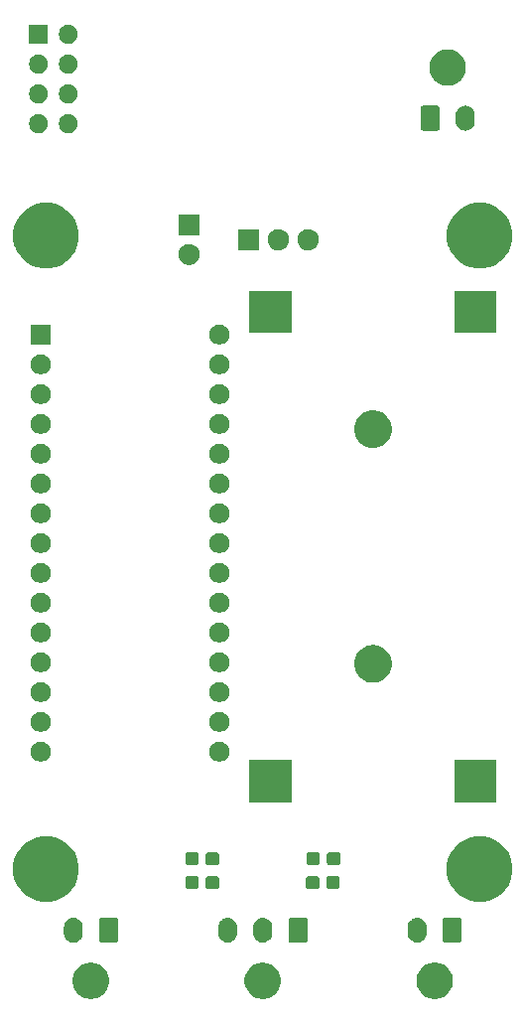
<source format=gbr>
G04 #@! TF.GenerationSoftware,KiCad,Pcbnew,(5.1.5)-3*
G04 #@! TF.CreationDate,2020-05-08T01:08:23-06:00*
G04 #@! TF.ProjectId,MASTER,4d415354-4552-42e6-9b69-6361645f7063,rev?*
G04 #@! TF.SameCoordinates,Original*
G04 #@! TF.FileFunction,Soldermask,Top*
G04 #@! TF.FilePolarity,Negative*
%FSLAX46Y46*%
G04 Gerber Fmt 4.6, Leading zero omitted, Abs format (unit mm)*
G04 Created by KiCad (PCBNEW (5.1.5)-3) date 2020-05-08 01:08:23*
%MOMM*%
%LPD*%
G04 APERTURE LIST*
%ADD10C,0.100000*%
G04 APERTURE END LIST*
D10*
G36*
X68142585Y-142498802D02*
G01*
X68292410Y-142528604D01*
X68574674Y-142645521D01*
X68828705Y-142815259D01*
X69044741Y-143031295D01*
X69214479Y-143285326D01*
X69331396Y-143567590D01*
X69391000Y-143867240D01*
X69391000Y-144172760D01*
X69331396Y-144472410D01*
X69214479Y-144754674D01*
X69044741Y-145008705D01*
X68828705Y-145224741D01*
X68574674Y-145394479D01*
X68292410Y-145511396D01*
X68142585Y-145541198D01*
X67992761Y-145571000D01*
X67687239Y-145571000D01*
X67537415Y-145541198D01*
X67387590Y-145511396D01*
X67105326Y-145394479D01*
X66851295Y-145224741D01*
X66635259Y-145008705D01*
X66465521Y-144754674D01*
X66348604Y-144472410D01*
X66289000Y-144172760D01*
X66289000Y-143867240D01*
X66348604Y-143567590D01*
X66465521Y-143285326D01*
X66635259Y-143031295D01*
X66851295Y-142815259D01*
X67105326Y-142645521D01*
X67387590Y-142528604D01*
X67537415Y-142498802D01*
X67687239Y-142469000D01*
X67992761Y-142469000D01*
X68142585Y-142498802D01*
G37*
G36*
X82802585Y-142498802D02*
G01*
X82952410Y-142528604D01*
X83234674Y-142645521D01*
X83488705Y-142815259D01*
X83704741Y-143031295D01*
X83874479Y-143285326D01*
X83991396Y-143567590D01*
X84051000Y-143867240D01*
X84051000Y-144172760D01*
X83991396Y-144472410D01*
X83874479Y-144754674D01*
X83704741Y-145008705D01*
X83488705Y-145224741D01*
X83234674Y-145394479D01*
X82952410Y-145511396D01*
X82802585Y-145541198D01*
X82652761Y-145571000D01*
X82347239Y-145571000D01*
X82197415Y-145541198D01*
X82047590Y-145511396D01*
X81765326Y-145394479D01*
X81511295Y-145224741D01*
X81295259Y-145008705D01*
X81125521Y-144754674D01*
X81008604Y-144472410D01*
X80949000Y-144172760D01*
X80949000Y-143867240D01*
X81008604Y-143567590D01*
X81125521Y-143285326D01*
X81295259Y-143031295D01*
X81511295Y-142815259D01*
X81765326Y-142645521D01*
X82047590Y-142528604D01*
X82197415Y-142498802D01*
X82347239Y-142469000D01*
X82652761Y-142469000D01*
X82802585Y-142498802D01*
G37*
G36*
X97462585Y-142498802D02*
G01*
X97612410Y-142528604D01*
X97894674Y-142645521D01*
X98148705Y-142815259D01*
X98364741Y-143031295D01*
X98534479Y-143285326D01*
X98651396Y-143567590D01*
X98711000Y-143867240D01*
X98711000Y-144172760D01*
X98651396Y-144472410D01*
X98534479Y-144754674D01*
X98364741Y-145008705D01*
X98148705Y-145224741D01*
X97894674Y-145394479D01*
X97612410Y-145511396D01*
X97462585Y-145541198D01*
X97312761Y-145571000D01*
X97007239Y-145571000D01*
X96857415Y-145541198D01*
X96707590Y-145511396D01*
X96425326Y-145394479D01*
X96171295Y-145224741D01*
X95955259Y-145008705D01*
X95785521Y-144754674D01*
X95668604Y-144472410D01*
X95609000Y-144172760D01*
X95609000Y-143867240D01*
X95668604Y-143567590D01*
X95785521Y-143285326D01*
X95955259Y-143031295D01*
X96171295Y-142815259D01*
X96425326Y-142645521D01*
X96707590Y-142528604D01*
X96857415Y-142498802D01*
X97007239Y-142469000D01*
X97312761Y-142469000D01*
X97462585Y-142498802D01*
G37*
G36*
X66497023Y-138650590D02*
G01*
X66562512Y-138670456D01*
X66648013Y-138696392D01*
X66787165Y-138770771D01*
X66909133Y-138870867D01*
X67009229Y-138992835D01*
X67083608Y-139131987D01*
X67083608Y-139131988D01*
X67129410Y-139282977D01*
X67141000Y-139400655D01*
X67141000Y-139999345D01*
X67129410Y-140117023D01*
X67098875Y-140217682D01*
X67083608Y-140268013D01*
X67009230Y-140407164D01*
X67009229Y-140407165D01*
X66909133Y-140529133D01*
X66806881Y-140613048D01*
X66787164Y-140629229D01*
X66648012Y-140703608D01*
X66597681Y-140718875D01*
X66497022Y-140749410D01*
X66340000Y-140764875D01*
X66182977Y-140749410D01*
X66082318Y-140718875D01*
X66031987Y-140703608D01*
X65892835Y-140629229D01*
X65822118Y-140571193D01*
X65770867Y-140529133D01*
X65670771Y-140407164D01*
X65596393Y-140268013D01*
X65596392Y-140268012D01*
X65581125Y-140217681D01*
X65550590Y-140117022D01*
X65539000Y-139999344D01*
X65539000Y-139400655D01*
X65550590Y-139282977D01*
X65596392Y-139131988D01*
X65596392Y-139131987D01*
X65670772Y-138992835D01*
X65770868Y-138870867D01*
X65892836Y-138770771D01*
X65926807Y-138752613D01*
X66031988Y-138696392D01*
X66117489Y-138670456D01*
X66182978Y-138650590D01*
X66340000Y-138635125D01*
X66497023Y-138650590D01*
G37*
G36*
X95817023Y-138650590D02*
G01*
X95882512Y-138670456D01*
X95968013Y-138696392D01*
X96107165Y-138770771D01*
X96229133Y-138870867D01*
X96329229Y-138992835D01*
X96403608Y-139131987D01*
X96403608Y-139131988D01*
X96449410Y-139282977D01*
X96461000Y-139400655D01*
X96461000Y-139999345D01*
X96449410Y-140117023D01*
X96418875Y-140217682D01*
X96403608Y-140268013D01*
X96329230Y-140407164D01*
X96329229Y-140407165D01*
X96229133Y-140529133D01*
X96126881Y-140613048D01*
X96107164Y-140629229D01*
X95968012Y-140703608D01*
X95917681Y-140718875D01*
X95817022Y-140749410D01*
X95660000Y-140764875D01*
X95502977Y-140749410D01*
X95402318Y-140718875D01*
X95351987Y-140703608D01*
X95212835Y-140629229D01*
X95142118Y-140571193D01*
X95090867Y-140529133D01*
X94990771Y-140407164D01*
X94916393Y-140268013D01*
X94916392Y-140268012D01*
X94901125Y-140217681D01*
X94870590Y-140117022D01*
X94859000Y-139999344D01*
X94859000Y-139400655D01*
X94870590Y-139282977D01*
X94916392Y-139131988D01*
X94916392Y-139131987D01*
X94990772Y-138992835D01*
X95090868Y-138870867D01*
X95212836Y-138770771D01*
X95246807Y-138752613D01*
X95351988Y-138696392D01*
X95437489Y-138670456D01*
X95502978Y-138650590D01*
X95660000Y-138635125D01*
X95817023Y-138650590D01*
G37*
G36*
X79657023Y-138650590D02*
G01*
X79722512Y-138670456D01*
X79808013Y-138696392D01*
X79947165Y-138770771D01*
X80069133Y-138870867D01*
X80169229Y-138992835D01*
X80243608Y-139131987D01*
X80243608Y-139131988D01*
X80289410Y-139282977D01*
X80301000Y-139400655D01*
X80301000Y-139999345D01*
X80289410Y-140117023D01*
X80258875Y-140217682D01*
X80243608Y-140268013D01*
X80169230Y-140407164D01*
X80169229Y-140407165D01*
X80069133Y-140529133D01*
X79966881Y-140613048D01*
X79947164Y-140629229D01*
X79808012Y-140703608D01*
X79757681Y-140718875D01*
X79657022Y-140749410D01*
X79500000Y-140764875D01*
X79342977Y-140749410D01*
X79242318Y-140718875D01*
X79191987Y-140703608D01*
X79052835Y-140629229D01*
X78982118Y-140571193D01*
X78930867Y-140529133D01*
X78830771Y-140407164D01*
X78756393Y-140268013D01*
X78756392Y-140268012D01*
X78741125Y-140217681D01*
X78710590Y-140117022D01*
X78699000Y-139999344D01*
X78699000Y-139400655D01*
X78710590Y-139282977D01*
X78756392Y-139131988D01*
X78756392Y-139131987D01*
X78830772Y-138992835D01*
X78930868Y-138870867D01*
X79052836Y-138770771D01*
X79086807Y-138752613D01*
X79191988Y-138696392D01*
X79277489Y-138670456D01*
X79342978Y-138650590D01*
X79500000Y-138635125D01*
X79657023Y-138650590D01*
G37*
G36*
X82657023Y-138650590D02*
G01*
X82722512Y-138670456D01*
X82808013Y-138696392D01*
X82947165Y-138770771D01*
X83069133Y-138870867D01*
X83169229Y-138992835D01*
X83243608Y-139131987D01*
X83243608Y-139131988D01*
X83289410Y-139282977D01*
X83301000Y-139400655D01*
X83301000Y-139999345D01*
X83289410Y-140117023D01*
X83258875Y-140217682D01*
X83243608Y-140268013D01*
X83169230Y-140407164D01*
X83169229Y-140407165D01*
X83069133Y-140529133D01*
X82966881Y-140613048D01*
X82947164Y-140629229D01*
X82808012Y-140703608D01*
X82757681Y-140718875D01*
X82657022Y-140749410D01*
X82500000Y-140764875D01*
X82342977Y-140749410D01*
X82242318Y-140718875D01*
X82191987Y-140703608D01*
X82052835Y-140629229D01*
X81982118Y-140571193D01*
X81930867Y-140529133D01*
X81830771Y-140407164D01*
X81756393Y-140268013D01*
X81756392Y-140268012D01*
X81741125Y-140217681D01*
X81710590Y-140117022D01*
X81699000Y-139999344D01*
X81699000Y-139400655D01*
X81710590Y-139282977D01*
X81756392Y-139131988D01*
X81756392Y-139131987D01*
X81830772Y-138992835D01*
X81930868Y-138870867D01*
X82052836Y-138770771D01*
X82086807Y-138752613D01*
X82191988Y-138696392D01*
X82277489Y-138670456D01*
X82342978Y-138650590D01*
X82500000Y-138635125D01*
X82657023Y-138650590D01*
G37*
G36*
X86153048Y-138643122D02*
G01*
X86187387Y-138653539D01*
X86219036Y-138670456D01*
X86246778Y-138693222D01*
X86269544Y-138720964D01*
X86286461Y-138752613D01*
X86296878Y-138786952D01*
X86301000Y-138828807D01*
X86301000Y-140571193D01*
X86296878Y-140613048D01*
X86286461Y-140647387D01*
X86269544Y-140679036D01*
X86246778Y-140706778D01*
X86219036Y-140729544D01*
X86187387Y-140746461D01*
X86153048Y-140756878D01*
X86111193Y-140761000D01*
X84888807Y-140761000D01*
X84846952Y-140756878D01*
X84812613Y-140746461D01*
X84780964Y-140729544D01*
X84753222Y-140706778D01*
X84730456Y-140679036D01*
X84713539Y-140647387D01*
X84703122Y-140613048D01*
X84699000Y-140571193D01*
X84699000Y-138828807D01*
X84703122Y-138786952D01*
X84713539Y-138752613D01*
X84730456Y-138720964D01*
X84753222Y-138693222D01*
X84780964Y-138670456D01*
X84812613Y-138653539D01*
X84846952Y-138643122D01*
X84888807Y-138639000D01*
X86111193Y-138639000D01*
X86153048Y-138643122D01*
G37*
G36*
X99313048Y-138643122D02*
G01*
X99347387Y-138653539D01*
X99379036Y-138670456D01*
X99406778Y-138693222D01*
X99429544Y-138720964D01*
X99446461Y-138752613D01*
X99456878Y-138786952D01*
X99461000Y-138828807D01*
X99461000Y-140571193D01*
X99456878Y-140613048D01*
X99446461Y-140647387D01*
X99429544Y-140679036D01*
X99406778Y-140706778D01*
X99379036Y-140729544D01*
X99347387Y-140746461D01*
X99313048Y-140756878D01*
X99271193Y-140761000D01*
X98048807Y-140761000D01*
X98006952Y-140756878D01*
X97972613Y-140746461D01*
X97940964Y-140729544D01*
X97913222Y-140706778D01*
X97890456Y-140679036D01*
X97873539Y-140647387D01*
X97863122Y-140613048D01*
X97859000Y-140571193D01*
X97859000Y-138828807D01*
X97863122Y-138786952D01*
X97873539Y-138752613D01*
X97890456Y-138720964D01*
X97913222Y-138693222D01*
X97940964Y-138670456D01*
X97972613Y-138653539D01*
X98006952Y-138643122D01*
X98048807Y-138639000D01*
X99271193Y-138639000D01*
X99313048Y-138643122D01*
G37*
G36*
X69993048Y-138643122D02*
G01*
X70027387Y-138653539D01*
X70059036Y-138670456D01*
X70086778Y-138693222D01*
X70109544Y-138720964D01*
X70126461Y-138752613D01*
X70136878Y-138786952D01*
X70141000Y-138828807D01*
X70141000Y-140571193D01*
X70136878Y-140613048D01*
X70126461Y-140647387D01*
X70109544Y-140679036D01*
X70086778Y-140706778D01*
X70059036Y-140729544D01*
X70027387Y-140746461D01*
X69993048Y-140756878D01*
X69951193Y-140761000D01*
X68728807Y-140761000D01*
X68686952Y-140756878D01*
X68652613Y-140746461D01*
X68620964Y-140729544D01*
X68593222Y-140706778D01*
X68570456Y-140679036D01*
X68553539Y-140647387D01*
X68543122Y-140613048D01*
X68539000Y-140571193D01*
X68539000Y-138828807D01*
X68543122Y-138786952D01*
X68553539Y-138752613D01*
X68570456Y-138720964D01*
X68593222Y-138693222D01*
X68620964Y-138670456D01*
X68652613Y-138653539D01*
X68686952Y-138643122D01*
X68728807Y-138639000D01*
X69951193Y-138639000D01*
X69993048Y-138643122D01*
G37*
G36*
X64817021Y-131806640D02*
G01*
X65326769Y-132017785D01*
X65326771Y-132017786D01*
X65785534Y-132324321D01*
X66175679Y-132714466D01*
X66478350Y-133167446D01*
X66482215Y-133173231D01*
X66693360Y-133682979D01*
X66801000Y-134224124D01*
X66801000Y-134775876D01*
X66693360Y-135317021D01*
X66482215Y-135826769D01*
X66482214Y-135826771D01*
X66175679Y-136285534D01*
X65785534Y-136675679D01*
X65326771Y-136982214D01*
X65326770Y-136982215D01*
X65326769Y-136982215D01*
X64817021Y-137193360D01*
X64275876Y-137301000D01*
X63724124Y-137301000D01*
X63182979Y-137193360D01*
X62673231Y-136982215D01*
X62673230Y-136982215D01*
X62673229Y-136982214D01*
X62214466Y-136675679D01*
X61824321Y-136285534D01*
X61517786Y-135826771D01*
X61517785Y-135826769D01*
X61306640Y-135317021D01*
X61199000Y-134775876D01*
X61199000Y-134224124D01*
X61306640Y-133682979D01*
X61517785Y-133173231D01*
X61521650Y-133167446D01*
X61824321Y-132714466D01*
X62214466Y-132324321D01*
X62673229Y-132017786D01*
X62673231Y-132017785D01*
X63182979Y-131806640D01*
X63724124Y-131699000D01*
X64275876Y-131699000D01*
X64817021Y-131806640D01*
G37*
G36*
X101817021Y-131806640D02*
G01*
X102326769Y-132017785D01*
X102326771Y-132017786D01*
X102785534Y-132324321D01*
X103175679Y-132714466D01*
X103478350Y-133167446D01*
X103482215Y-133173231D01*
X103693360Y-133682979D01*
X103801000Y-134224124D01*
X103801000Y-134775876D01*
X103693360Y-135317021D01*
X103482215Y-135826769D01*
X103482214Y-135826771D01*
X103175679Y-136285534D01*
X102785534Y-136675679D01*
X102326771Y-136982214D01*
X102326770Y-136982215D01*
X102326769Y-136982215D01*
X101817021Y-137193360D01*
X101275876Y-137301000D01*
X100724124Y-137301000D01*
X100182979Y-137193360D01*
X99673231Y-136982215D01*
X99673230Y-136982215D01*
X99673229Y-136982214D01*
X99214466Y-136675679D01*
X98824321Y-136285534D01*
X98517786Y-135826771D01*
X98517785Y-135826769D01*
X98306640Y-135317021D01*
X98199000Y-134775876D01*
X98199000Y-134224124D01*
X98306640Y-133682979D01*
X98517785Y-133173231D01*
X98521650Y-133167446D01*
X98824321Y-132714466D01*
X99214466Y-132324321D01*
X99673229Y-132017786D01*
X99673231Y-132017785D01*
X100182979Y-131806640D01*
X100724124Y-131699000D01*
X101275876Y-131699000D01*
X101817021Y-131806640D01*
G37*
G36*
X78619499Y-135114445D02*
G01*
X78656995Y-135125820D01*
X78691554Y-135144292D01*
X78721847Y-135169153D01*
X78746708Y-135199446D01*
X78765180Y-135234005D01*
X78776555Y-135271501D01*
X78781000Y-135316638D01*
X78781000Y-135955362D01*
X78776555Y-136000499D01*
X78765180Y-136037995D01*
X78746708Y-136072554D01*
X78721847Y-136102847D01*
X78691554Y-136127708D01*
X78656995Y-136146180D01*
X78619499Y-136157555D01*
X78574362Y-136162000D01*
X77835638Y-136162000D01*
X77790501Y-136157555D01*
X77753005Y-136146180D01*
X77718446Y-136127708D01*
X77688153Y-136102847D01*
X77663292Y-136072554D01*
X77644820Y-136037995D01*
X77633445Y-136000499D01*
X77629000Y-135955362D01*
X77629000Y-135316638D01*
X77633445Y-135271501D01*
X77644820Y-135234005D01*
X77663292Y-135199446D01*
X77688153Y-135169153D01*
X77718446Y-135144292D01*
X77753005Y-135125820D01*
X77790501Y-135114445D01*
X77835638Y-135110000D01*
X78574362Y-135110000D01*
X78619499Y-135114445D01*
G37*
G36*
X76869499Y-135114445D02*
G01*
X76906995Y-135125820D01*
X76941554Y-135144292D01*
X76971847Y-135169153D01*
X76996708Y-135199446D01*
X77015180Y-135234005D01*
X77026555Y-135271501D01*
X77031000Y-135316638D01*
X77031000Y-135955362D01*
X77026555Y-136000499D01*
X77015180Y-136037995D01*
X76996708Y-136072554D01*
X76971847Y-136102847D01*
X76941554Y-136127708D01*
X76906995Y-136146180D01*
X76869499Y-136157555D01*
X76824362Y-136162000D01*
X76085638Y-136162000D01*
X76040501Y-136157555D01*
X76003005Y-136146180D01*
X75968446Y-136127708D01*
X75938153Y-136102847D01*
X75913292Y-136072554D01*
X75894820Y-136037995D01*
X75883445Y-136000499D01*
X75879000Y-135955362D01*
X75879000Y-135316638D01*
X75883445Y-135271501D01*
X75894820Y-135234005D01*
X75913292Y-135199446D01*
X75938153Y-135169153D01*
X75968446Y-135144292D01*
X76003005Y-135125820D01*
X76040501Y-135114445D01*
X76085638Y-135110000D01*
X76824362Y-135110000D01*
X76869499Y-135114445D01*
G37*
G36*
X87164499Y-135114445D02*
G01*
X87201995Y-135125820D01*
X87236554Y-135144292D01*
X87266847Y-135169153D01*
X87291708Y-135199446D01*
X87310180Y-135234005D01*
X87321555Y-135271501D01*
X87326000Y-135316638D01*
X87326000Y-135955362D01*
X87321555Y-136000499D01*
X87310180Y-136037995D01*
X87291708Y-136072554D01*
X87266847Y-136102847D01*
X87236554Y-136127708D01*
X87201995Y-136146180D01*
X87164499Y-136157555D01*
X87119362Y-136162000D01*
X86380638Y-136162000D01*
X86335501Y-136157555D01*
X86298005Y-136146180D01*
X86263446Y-136127708D01*
X86233153Y-136102847D01*
X86208292Y-136072554D01*
X86189820Y-136037995D01*
X86178445Y-136000499D01*
X86174000Y-135955362D01*
X86174000Y-135316638D01*
X86178445Y-135271501D01*
X86189820Y-135234005D01*
X86208292Y-135199446D01*
X86233153Y-135169153D01*
X86263446Y-135144292D01*
X86298005Y-135125820D01*
X86335501Y-135114445D01*
X86380638Y-135110000D01*
X87119362Y-135110000D01*
X87164499Y-135114445D01*
G37*
G36*
X88914499Y-135114445D02*
G01*
X88951995Y-135125820D01*
X88986554Y-135144292D01*
X89016847Y-135169153D01*
X89041708Y-135199446D01*
X89060180Y-135234005D01*
X89071555Y-135271501D01*
X89076000Y-135316638D01*
X89076000Y-135955362D01*
X89071555Y-136000499D01*
X89060180Y-136037995D01*
X89041708Y-136072554D01*
X89016847Y-136102847D01*
X88986554Y-136127708D01*
X88951995Y-136146180D01*
X88914499Y-136157555D01*
X88869362Y-136162000D01*
X88130638Y-136162000D01*
X88085501Y-136157555D01*
X88048005Y-136146180D01*
X88013446Y-136127708D01*
X87983153Y-136102847D01*
X87958292Y-136072554D01*
X87939820Y-136037995D01*
X87928445Y-136000499D01*
X87924000Y-135955362D01*
X87924000Y-135316638D01*
X87928445Y-135271501D01*
X87939820Y-135234005D01*
X87958292Y-135199446D01*
X87983153Y-135169153D01*
X88013446Y-135144292D01*
X88048005Y-135125820D01*
X88085501Y-135114445D01*
X88130638Y-135110000D01*
X88869362Y-135110000D01*
X88914499Y-135114445D01*
G37*
G36*
X78619499Y-133082445D02*
G01*
X78656995Y-133093820D01*
X78691554Y-133112292D01*
X78721847Y-133137153D01*
X78746708Y-133167446D01*
X78765180Y-133202005D01*
X78776555Y-133239501D01*
X78781000Y-133284638D01*
X78781000Y-133923362D01*
X78776555Y-133968499D01*
X78765180Y-134005995D01*
X78746708Y-134040554D01*
X78721847Y-134070847D01*
X78691554Y-134095708D01*
X78656995Y-134114180D01*
X78619499Y-134125555D01*
X78574362Y-134130000D01*
X77835638Y-134130000D01*
X77790501Y-134125555D01*
X77753005Y-134114180D01*
X77718446Y-134095708D01*
X77688153Y-134070847D01*
X77663292Y-134040554D01*
X77644820Y-134005995D01*
X77633445Y-133968499D01*
X77629000Y-133923362D01*
X77629000Y-133284638D01*
X77633445Y-133239501D01*
X77644820Y-133202005D01*
X77663292Y-133167446D01*
X77688153Y-133137153D01*
X77718446Y-133112292D01*
X77753005Y-133093820D01*
X77790501Y-133082445D01*
X77835638Y-133078000D01*
X78574362Y-133078000D01*
X78619499Y-133082445D01*
G37*
G36*
X88959499Y-133082445D02*
G01*
X88996995Y-133093820D01*
X89031554Y-133112292D01*
X89061847Y-133137153D01*
X89086708Y-133167446D01*
X89105180Y-133202005D01*
X89116555Y-133239501D01*
X89121000Y-133284638D01*
X89121000Y-133923362D01*
X89116555Y-133968499D01*
X89105180Y-134005995D01*
X89086708Y-134040554D01*
X89061847Y-134070847D01*
X89031554Y-134095708D01*
X88996995Y-134114180D01*
X88959499Y-134125555D01*
X88914362Y-134130000D01*
X88175638Y-134130000D01*
X88130501Y-134125555D01*
X88093005Y-134114180D01*
X88058446Y-134095708D01*
X88028153Y-134070847D01*
X88003292Y-134040554D01*
X87984820Y-134005995D01*
X87973445Y-133968499D01*
X87969000Y-133923362D01*
X87969000Y-133284638D01*
X87973445Y-133239501D01*
X87984820Y-133202005D01*
X88003292Y-133167446D01*
X88028153Y-133137153D01*
X88058446Y-133112292D01*
X88093005Y-133093820D01*
X88130501Y-133082445D01*
X88175638Y-133078000D01*
X88914362Y-133078000D01*
X88959499Y-133082445D01*
G37*
G36*
X87209499Y-133082445D02*
G01*
X87246995Y-133093820D01*
X87281554Y-133112292D01*
X87311847Y-133137153D01*
X87336708Y-133167446D01*
X87355180Y-133202005D01*
X87366555Y-133239501D01*
X87371000Y-133284638D01*
X87371000Y-133923362D01*
X87366555Y-133968499D01*
X87355180Y-134005995D01*
X87336708Y-134040554D01*
X87311847Y-134070847D01*
X87281554Y-134095708D01*
X87246995Y-134114180D01*
X87209499Y-134125555D01*
X87164362Y-134130000D01*
X86425638Y-134130000D01*
X86380501Y-134125555D01*
X86343005Y-134114180D01*
X86308446Y-134095708D01*
X86278153Y-134070847D01*
X86253292Y-134040554D01*
X86234820Y-134005995D01*
X86223445Y-133968499D01*
X86219000Y-133923362D01*
X86219000Y-133284638D01*
X86223445Y-133239501D01*
X86234820Y-133202005D01*
X86253292Y-133167446D01*
X86278153Y-133137153D01*
X86308446Y-133112292D01*
X86343005Y-133093820D01*
X86380501Y-133082445D01*
X86425638Y-133078000D01*
X87164362Y-133078000D01*
X87209499Y-133082445D01*
G37*
G36*
X76869499Y-133082445D02*
G01*
X76906995Y-133093820D01*
X76941554Y-133112292D01*
X76971847Y-133137153D01*
X76996708Y-133167446D01*
X77015180Y-133202005D01*
X77026555Y-133239501D01*
X77031000Y-133284638D01*
X77031000Y-133923362D01*
X77026555Y-133968499D01*
X77015180Y-134005995D01*
X76996708Y-134040554D01*
X76971847Y-134070847D01*
X76941554Y-134095708D01*
X76906995Y-134114180D01*
X76869499Y-134125555D01*
X76824362Y-134130000D01*
X76085638Y-134130000D01*
X76040501Y-134125555D01*
X76003005Y-134114180D01*
X75968446Y-134095708D01*
X75938153Y-134070847D01*
X75913292Y-134040554D01*
X75894820Y-134005995D01*
X75883445Y-133968499D01*
X75879000Y-133923362D01*
X75879000Y-133284638D01*
X75883445Y-133239501D01*
X75894820Y-133202005D01*
X75913292Y-133167446D01*
X75938153Y-133137153D01*
X75968446Y-133112292D01*
X76003005Y-133093820D01*
X76040501Y-133082445D01*
X76085638Y-133078000D01*
X76824362Y-133078000D01*
X76869499Y-133082445D01*
G37*
G36*
X84949666Y-128795001D02*
G01*
X81347666Y-128795001D01*
X81347666Y-125193001D01*
X84949666Y-125193001D01*
X84949666Y-128795001D01*
G37*
G36*
X102449666Y-128795001D02*
G01*
X98847666Y-128795001D01*
X98847666Y-125193001D01*
X102449666Y-125193001D01*
X102449666Y-128795001D01*
G37*
G36*
X79035561Y-123662704D02*
G01*
X79190433Y-123726854D01*
X79329814Y-123819986D01*
X79448348Y-123938520D01*
X79541480Y-124077901D01*
X79605630Y-124232773D01*
X79638333Y-124397185D01*
X79638333Y-124564817D01*
X79605630Y-124729229D01*
X79541480Y-124884101D01*
X79448348Y-125023482D01*
X79329814Y-125142016D01*
X79190433Y-125235148D01*
X79035561Y-125299298D01*
X78871149Y-125332001D01*
X78703517Y-125332001D01*
X78539105Y-125299298D01*
X78384233Y-125235148D01*
X78244852Y-125142016D01*
X78126318Y-125023482D01*
X78033186Y-124884101D01*
X77969036Y-124729229D01*
X77936333Y-124564817D01*
X77936333Y-124397185D01*
X77969036Y-124232773D01*
X78033186Y-124077901D01*
X78126318Y-123938520D01*
X78244852Y-123819986D01*
X78384233Y-123726854D01*
X78539105Y-123662704D01*
X78703517Y-123630001D01*
X78871149Y-123630001D01*
X79035561Y-123662704D01*
G37*
G36*
X63795561Y-123662704D02*
G01*
X63950433Y-123726854D01*
X64089814Y-123819986D01*
X64208348Y-123938520D01*
X64301480Y-124077901D01*
X64365630Y-124232773D01*
X64398333Y-124397185D01*
X64398333Y-124564817D01*
X64365630Y-124729229D01*
X64301480Y-124884101D01*
X64208348Y-125023482D01*
X64089814Y-125142016D01*
X63950433Y-125235148D01*
X63795561Y-125299298D01*
X63631149Y-125332001D01*
X63463517Y-125332001D01*
X63299105Y-125299298D01*
X63144233Y-125235148D01*
X63004852Y-125142016D01*
X62886318Y-125023482D01*
X62793186Y-124884101D01*
X62729036Y-124729229D01*
X62696333Y-124564817D01*
X62696333Y-124397185D01*
X62729036Y-124232773D01*
X62793186Y-124077901D01*
X62886318Y-123938520D01*
X63004852Y-123819986D01*
X63144233Y-123726854D01*
X63299105Y-123662704D01*
X63463517Y-123630001D01*
X63631149Y-123630001D01*
X63795561Y-123662704D01*
G37*
G36*
X79035561Y-121122704D02*
G01*
X79190433Y-121186854D01*
X79329814Y-121279986D01*
X79448348Y-121398520D01*
X79541480Y-121537901D01*
X79605630Y-121692773D01*
X79638333Y-121857185D01*
X79638333Y-122024817D01*
X79605630Y-122189229D01*
X79541480Y-122344101D01*
X79448348Y-122483482D01*
X79329814Y-122602016D01*
X79190433Y-122695148D01*
X79035561Y-122759298D01*
X78871149Y-122792001D01*
X78703517Y-122792001D01*
X78539105Y-122759298D01*
X78384233Y-122695148D01*
X78244852Y-122602016D01*
X78126318Y-122483482D01*
X78033186Y-122344101D01*
X77969036Y-122189229D01*
X77936333Y-122024817D01*
X77936333Y-121857185D01*
X77969036Y-121692773D01*
X78033186Y-121537901D01*
X78126318Y-121398520D01*
X78244852Y-121279986D01*
X78384233Y-121186854D01*
X78539105Y-121122704D01*
X78703517Y-121090001D01*
X78871149Y-121090001D01*
X79035561Y-121122704D01*
G37*
G36*
X63795561Y-121122704D02*
G01*
X63950433Y-121186854D01*
X64089814Y-121279986D01*
X64208348Y-121398520D01*
X64301480Y-121537901D01*
X64365630Y-121692773D01*
X64398333Y-121857185D01*
X64398333Y-122024817D01*
X64365630Y-122189229D01*
X64301480Y-122344101D01*
X64208348Y-122483482D01*
X64089814Y-122602016D01*
X63950433Y-122695148D01*
X63795561Y-122759298D01*
X63631149Y-122792001D01*
X63463517Y-122792001D01*
X63299105Y-122759298D01*
X63144233Y-122695148D01*
X63004852Y-122602016D01*
X62886318Y-122483482D01*
X62793186Y-122344101D01*
X62729036Y-122189229D01*
X62696333Y-122024817D01*
X62696333Y-121857185D01*
X62729036Y-121692773D01*
X62793186Y-121537901D01*
X62886318Y-121398520D01*
X63004852Y-121279986D01*
X63144233Y-121186854D01*
X63299105Y-121122704D01*
X63463517Y-121090001D01*
X63631149Y-121090001D01*
X63795561Y-121122704D01*
G37*
G36*
X79035561Y-118582704D02*
G01*
X79190433Y-118646854D01*
X79329814Y-118739986D01*
X79448348Y-118858520D01*
X79541480Y-118997901D01*
X79605630Y-119152773D01*
X79638333Y-119317185D01*
X79638333Y-119484817D01*
X79605630Y-119649229D01*
X79541480Y-119804101D01*
X79448348Y-119943482D01*
X79329814Y-120062016D01*
X79190433Y-120155148D01*
X79035561Y-120219298D01*
X78871149Y-120252001D01*
X78703517Y-120252001D01*
X78539105Y-120219298D01*
X78384233Y-120155148D01*
X78244852Y-120062016D01*
X78126318Y-119943482D01*
X78033186Y-119804101D01*
X77969036Y-119649229D01*
X77936333Y-119484817D01*
X77936333Y-119317185D01*
X77969036Y-119152773D01*
X78033186Y-118997901D01*
X78126318Y-118858520D01*
X78244852Y-118739986D01*
X78384233Y-118646854D01*
X78539105Y-118582704D01*
X78703517Y-118550001D01*
X78871149Y-118550001D01*
X79035561Y-118582704D01*
G37*
G36*
X63795561Y-118582704D02*
G01*
X63950433Y-118646854D01*
X64089814Y-118739986D01*
X64208348Y-118858520D01*
X64301480Y-118997901D01*
X64365630Y-119152773D01*
X64398333Y-119317185D01*
X64398333Y-119484817D01*
X64365630Y-119649229D01*
X64301480Y-119804101D01*
X64208348Y-119943482D01*
X64089814Y-120062016D01*
X63950433Y-120155148D01*
X63795561Y-120219298D01*
X63631149Y-120252001D01*
X63463517Y-120252001D01*
X63299105Y-120219298D01*
X63144233Y-120155148D01*
X63004852Y-120062016D01*
X62886318Y-119943482D01*
X62793186Y-119804101D01*
X62729036Y-119649229D01*
X62696333Y-119484817D01*
X62696333Y-119317185D01*
X62729036Y-119152773D01*
X62793186Y-118997901D01*
X62886318Y-118858520D01*
X63004852Y-118739986D01*
X63144233Y-118646854D01*
X63299105Y-118582704D01*
X63463517Y-118550001D01*
X63631149Y-118550001D01*
X63795561Y-118582704D01*
G37*
G36*
X92094883Y-115400666D02*
G01*
X92365661Y-115454526D01*
X92657024Y-115575213D01*
X92919244Y-115750423D01*
X93142244Y-115973423D01*
X93317454Y-116235643D01*
X93438141Y-116527006D01*
X93499666Y-116836316D01*
X93499666Y-117151686D01*
X93438141Y-117460996D01*
X93317454Y-117752359D01*
X93142244Y-118014579D01*
X92919244Y-118237579D01*
X92657024Y-118412789D01*
X92365661Y-118533476D01*
X92094883Y-118587336D01*
X92056352Y-118595001D01*
X91740980Y-118595001D01*
X91702449Y-118587336D01*
X91431671Y-118533476D01*
X91140308Y-118412789D01*
X90878088Y-118237579D01*
X90655088Y-118014579D01*
X90479878Y-117752359D01*
X90359191Y-117460996D01*
X90297666Y-117151686D01*
X90297666Y-116836316D01*
X90359191Y-116527006D01*
X90479878Y-116235643D01*
X90655088Y-115973423D01*
X90878088Y-115750423D01*
X91140308Y-115575213D01*
X91431671Y-115454526D01*
X91702449Y-115400666D01*
X91740980Y-115393001D01*
X92056352Y-115393001D01*
X92094883Y-115400666D01*
G37*
G36*
X79035561Y-116042704D02*
G01*
X79190433Y-116106854D01*
X79329814Y-116199986D01*
X79448348Y-116318520D01*
X79541480Y-116457901D01*
X79605630Y-116612773D01*
X79638333Y-116777185D01*
X79638333Y-116944817D01*
X79605630Y-117109229D01*
X79541480Y-117264101D01*
X79448348Y-117403482D01*
X79329814Y-117522016D01*
X79190433Y-117615148D01*
X79035561Y-117679298D01*
X78871149Y-117712001D01*
X78703517Y-117712001D01*
X78539105Y-117679298D01*
X78384233Y-117615148D01*
X78244852Y-117522016D01*
X78126318Y-117403482D01*
X78033186Y-117264101D01*
X77969036Y-117109229D01*
X77936333Y-116944817D01*
X77936333Y-116777185D01*
X77969036Y-116612773D01*
X78033186Y-116457901D01*
X78126318Y-116318520D01*
X78244852Y-116199986D01*
X78384233Y-116106854D01*
X78539105Y-116042704D01*
X78703517Y-116010001D01*
X78871149Y-116010001D01*
X79035561Y-116042704D01*
G37*
G36*
X63795561Y-116042704D02*
G01*
X63950433Y-116106854D01*
X64089814Y-116199986D01*
X64208348Y-116318520D01*
X64301480Y-116457901D01*
X64365630Y-116612773D01*
X64398333Y-116777185D01*
X64398333Y-116944817D01*
X64365630Y-117109229D01*
X64301480Y-117264101D01*
X64208348Y-117403482D01*
X64089814Y-117522016D01*
X63950433Y-117615148D01*
X63795561Y-117679298D01*
X63631149Y-117712001D01*
X63463517Y-117712001D01*
X63299105Y-117679298D01*
X63144233Y-117615148D01*
X63004852Y-117522016D01*
X62886318Y-117403482D01*
X62793186Y-117264101D01*
X62729036Y-117109229D01*
X62696333Y-116944817D01*
X62696333Y-116777185D01*
X62729036Y-116612773D01*
X62793186Y-116457901D01*
X62886318Y-116318520D01*
X63004852Y-116199986D01*
X63144233Y-116106854D01*
X63299105Y-116042704D01*
X63463517Y-116010001D01*
X63631149Y-116010001D01*
X63795561Y-116042704D01*
G37*
G36*
X79035561Y-113502704D02*
G01*
X79190433Y-113566854D01*
X79329814Y-113659986D01*
X79448348Y-113778520D01*
X79541480Y-113917901D01*
X79605630Y-114072773D01*
X79638333Y-114237185D01*
X79638333Y-114404817D01*
X79605630Y-114569229D01*
X79541480Y-114724101D01*
X79448348Y-114863482D01*
X79329814Y-114982016D01*
X79190433Y-115075148D01*
X79035561Y-115139298D01*
X78871149Y-115172001D01*
X78703517Y-115172001D01*
X78539105Y-115139298D01*
X78384233Y-115075148D01*
X78244852Y-114982016D01*
X78126318Y-114863482D01*
X78033186Y-114724101D01*
X77969036Y-114569229D01*
X77936333Y-114404817D01*
X77936333Y-114237185D01*
X77969036Y-114072773D01*
X78033186Y-113917901D01*
X78126318Y-113778520D01*
X78244852Y-113659986D01*
X78384233Y-113566854D01*
X78539105Y-113502704D01*
X78703517Y-113470001D01*
X78871149Y-113470001D01*
X79035561Y-113502704D01*
G37*
G36*
X63795561Y-113502704D02*
G01*
X63950433Y-113566854D01*
X64089814Y-113659986D01*
X64208348Y-113778520D01*
X64301480Y-113917901D01*
X64365630Y-114072773D01*
X64398333Y-114237185D01*
X64398333Y-114404817D01*
X64365630Y-114569229D01*
X64301480Y-114724101D01*
X64208348Y-114863482D01*
X64089814Y-114982016D01*
X63950433Y-115075148D01*
X63795561Y-115139298D01*
X63631149Y-115172001D01*
X63463517Y-115172001D01*
X63299105Y-115139298D01*
X63144233Y-115075148D01*
X63004852Y-114982016D01*
X62886318Y-114863482D01*
X62793186Y-114724101D01*
X62729036Y-114569229D01*
X62696333Y-114404817D01*
X62696333Y-114237185D01*
X62729036Y-114072773D01*
X62793186Y-113917901D01*
X62886318Y-113778520D01*
X63004852Y-113659986D01*
X63144233Y-113566854D01*
X63299105Y-113502704D01*
X63463517Y-113470001D01*
X63631149Y-113470001D01*
X63795561Y-113502704D01*
G37*
G36*
X79035561Y-110962704D02*
G01*
X79190433Y-111026854D01*
X79329814Y-111119986D01*
X79448348Y-111238520D01*
X79541480Y-111377901D01*
X79605630Y-111532773D01*
X79638333Y-111697185D01*
X79638333Y-111864817D01*
X79605630Y-112029229D01*
X79541480Y-112184101D01*
X79448348Y-112323482D01*
X79329814Y-112442016D01*
X79190433Y-112535148D01*
X79035561Y-112599298D01*
X78871149Y-112632001D01*
X78703517Y-112632001D01*
X78539105Y-112599298D01*
X78384233Y-112535148D01*
X78244852Y-112442016D01*
X78126318Y-112323482D01*
X78033186Y-112184101D01*
X77969036Y-112029229D01*
X77936333Y-111864817D01*
X77936333Y-111697185D01*
X77969036Y-111532773D01*
X78033186Y-111377901D01*
X78126318Y-111238520D01*
X78244852Y-111119986D01*
X78384233Y-111026854D01*
X78539105Y-110962704D01*
X78703517Y-110930001D01*
X78871149Y-110930001D01*
X79035561Y-110962704D01*
G37*
G36*
X63795561Y-110962704D02*
G01*
X63950433Y-111026854D01*
X64089814Y-111119986D01*
X64208348Y-111238520D01*
X64301480Y-111377901D01*
X64365630Y-111532773D01*
X64398333Y-111697185D01*
X64398333Y-111864817D01*
X64365630Y-112029229D01*
X64301480Y-112184101D01*
X64208348Y-112323482D01*
X64089814Y-112442016D01*
X63950433Y-112535148D01*
X63795561Y-112599298D01*
X63631149Y-112632001D01*
X63463517Y-112632001D01*
X63299105Y-112599298D01*
X63144233Y-112535148D01*
X63004852Y-112442016D01*
X62886318Y-112323482D01*
X62793186Y-112184101D01*
X62729036Y-112029229D01*
X62696333Y-111864817D01*
X62696333Y-111697185D01*
X62729036Y-111532773D01*
X62793186Y-111377901D01*
X62886318Y-111238520D01*
X63004852Y-111119986D01*
X63144233Y-111026854D01*
X63299105Y-110962704D01*
X63463517Y-110930001D01*
X63631149Y-110930001D01*
X63795561Y-110962704D01*
G37*
G36*
X79035561Y-108422704D02*
G01*
X79190433Y-108486854D01*
X79329814Y-108579986D01*
X79448348Y-108698520D01*
X79541480Y-108837901D01*
X79605630Y-108992773D01*
X79638333Y-109157185D01*
X79638333Y-109324817D01*
X79605630Y-109489229D01*
X79541480Y-109644101D01*
X79448348Y-109783482D01*
X79329814Y-109902016D01*
X79190433Y-109995148D01*
X79035561Y-110059298D01*
X78871149Y-110092001D01*
X78703517Y-110092001D01*
X78539105Y-110059298D01*
X78384233Y-109995148D01*
X78244852Y-109902016D01*
X78126318Y-109783482D01*
X78033186Y-109644101D01*
X77969036Y-109489229D01*
X77936333Y-109324817D01*
X77936333Y-109157185D01*
X77969036Y-108992773D01*
X78033186Y-108837901D01*
X78126318Y-108698520D01*
X78244852Y-108579986D01*
X78384233Y-108486854D01*
X78539105Y-108422704D01*
X78703517Y-108390001D01*
X78871149Y-108390001D01*
X79035561Y-108422704D01*
G37*
G36*
X63795561Y-108422704D02*
G01*
X63950433Y-108486854D01*
X64089814Y-108579986D01*
X64208348Y-108698520D01*
X64301480Y-108837901D01*
X64365630Y-108992773D01*
X64398333Y-109157185D01*
X64398333Y-109324817D01*
X64365630Y-109489229D01*
X64301480Y-109644101D01*
X64208348Y-109783482D01*
X64089814Y-109902016D01*
X63950433Y-109995148D01*
X63795561Y-110059298D01*
X63631149Y-110092001D01*
X63463517Y-110092001D01*
X63299105Y-110059298D01*
X63144233Y-109995148D01*
X63004852Y-109902016D01*
X62886318Y-109783482D01*
X62793186Y-109644101D01*
X62729036Y-109489229D01*
X62696333Y-109324817D01*
X62696333Y-109157185D01*
X62729036Y-108992773D01*
X62793186Y-108837901D01*
X62886318Y-108698520D01*
X63004852Y-108579986D01*
X63144233Y-108486854D01*
X63299105Y-108422704D01*
X63463517Y-108390001D01*
X63631149Y-108390001D01*
X63795561Y-108422704D01*
G37*
G36*
X79035561Y-105882704D02*
G01*
X79190433Y-105946854D01*
X79329814Y-106039986D01*
X79448348Y-106158520D01*
X79541480Y-106297901D01*
X79605630Y-106452773D01*
X79638333Y-106617185D01*
X79638333Y-106784817D01*
X79605630Y-106949229D01*
X79541480Y-107104101D01*
X79448348Y-107243482D01*
X79329814Y-107362016D01*
X79190433Y-107455148D01*
X79035561Y-107519298D01*
X78871149Y-107552001D01*
X78703517Y-107552001D01*
X78539105Y-107519298D01*
X78384233Y-107455148D01*
X78244852Y-107362016D01*
X78126318Y-107243482D01*
X78033186Y-107104101D01*
X77969036Y-106949229D01*
X77936333Y-106784817D01*
X77936333Y-106617185D01*
X77969036Y-106452773D01*
X78033186Y-106297901D01*
X78126318Y-106158520D01*
X78244852Y-106039986D01*
X78384233Y-105946854D01*
X78539105Y-105882704D01*
X78703517Y-105850001D01*
X78871149Y-105850001D01*
X79035561Y-105882704D01*
G37*
G36*
X63795561Y-105882704D02*
G01*
X63950433Y-105946854D01*
X64089814Y-106039986D01*
X64208348Y-106158520D01*
X64301480Y-106297901D01*
X64365630Y-106452773D01*
X64398333Y-106617185D01*
X64398333Y-106784817D01*
X64365630Y-106949229D01*
X64301480Y-107104101D01*
X64208348Y-107243482D01*
X64089814Y-107362016D01*
X63950433Y-107455148D01*
X63795561Y-107519298D01*
X63631149Y-107552001D01*
X63463517Y-107552001D01*
X63299105Y-107519298D01*
X63144233Y-107455148D01*
X63004852Y-107362016D01*
X62886318Y-107243482D01*
X62793186Y-107104101D01*
X62729036Y-106949229D01*
X62696333Y-106784817D01*
X62696333Y-106617185D01*
X62729036Y-106452773D01*
X62793186Y-106297901D01*
X62886318Y-106158520D01*
X63004852Y-106039986D01*
X63144233Y-105946854D01*
X63299105Y-105882704D01*
X63463517Y-105850001D01*
X63631149Y-105850001D01*
X63795561Y-105882704D01*
G37*
G36*
X63795561Y-103342704D02*
G01*
X63950433Y-103406854D01*
X64089814Y-103499986D01*
X64208348Y-103618520D01*
X64301480Y-103757901D01*
X64365630Y-103912773D01*
X64398333Y-104077185D01*
X64398333Y-104244817D01*
X64365630Y-104409229D01*
X64301480Y-104564101D01*
X64208348Y-104703482D01*
X64089814Y-104822016D01*
X63950433Y-104915148D01*
X63795561Y-104979298D01*
X63631149Y-105012001D01*
X63463517Y-105012001D01*
X63299105Y-104979298D01*
X63144233Y-104915148D01*
X63004852Y-104822016D01*
X62886318Y-104703482D01*
X62793186Y-104564101D01*
X62729036Y-104409229D01*
X62696333Y-104244817D01*
X62696333Y-104077185D01*
X62729036Y-103912773D01*
X62793186Y-103757901D01*
X62886318Y-103618520D01*
X63004852Y-103499986D01*
X63144233Y-103406854D01*
X63299105Y-103342704D01*
X63463517Y-103310001D01*
X63631149Y-103310001D01*
X63795561Y-103342704D01*
G37*
G36*
X79035561Y-103342704D02*
G01*
X79190433Y-103406854D01*
X79329814Y-103499986D01*
X79448348Y-103618520D01*
X79541480Y-103757901D01*
X79605630Y-103912773D01*
X79638333Y-104077185D01*
X79638333Y-104244817D01*
X79605630Y-104409229D01*
X79541480Y-104564101D01*
X79448348Y-104703482D01*
X79329814Y-104822016D01*
X79190433Y-104915148D01*
X79035561Y-104979298D01*
X78871149Y-105012001D01*
X78703517Y-105012001D01*
X78539105Y-104979298D01*
X78384233Y-104915148D01*
X78244852Y-104822016D01*
X78126318Y-104703482D01*
X78033186Y-104564101D01*
X77969036Y-104409229D01*
X77936333Y-104244817D01*
X77936333Y-104077185D01*
X77969036Y-103912773D01*
X78033186Y-103757901D01*
X78126318Y-103618520D01*
X78244852Y-103499986D01*
X78384233Y-103406854D01*
X78539105Y-103342704D01*
X78703517Y-103310001D01*
X78871149Y-103310001D01*
X79035561Y-103342704D01*
G37*
G36*
X79035561Y-100802704D02*
G01*
X79190433Y-100866854D01*
X79329814Y-100959986D01*
X79448348Y-101078520D01*
X79541480Y-101217901D01*
X79605630Y-101372773D01*
X79638333Y-101537185D01*
X79638333Y-101704817D01*
X79605630Y-101869229D01*
X79541480Y-102024101D01*
X79448348Y-102163482D01*
X79329814Y-102282016D01*
X79190433Y-102375148D01*
X79035561Y-102439298D01*
X78871149Y-102472001D01*
X78703517Y-102472001D01*
X78539105Y-102439298D01*
X78384233Y-102375148D01*
X78244852Y-102282016D01*
X78126318Y-102163482D01*
X78033186Y-102024101D01*
X77969036Y-101869229D01*
X77936333Y-101704817D01*
X77936333Y-101537185D01*
X77969036Y-101372773D01*
X78033186Y-101217901D01*
X78126318Y-101078520D01*
X78244852Y-100959986D01*
X78384233Y-100866854D01*
X78539105Y-100802704D01*
X78703517Y-100770001D01*
X78871149Y-100770001D01*
X79035561Y-100802704D01*
G37*
G36*
X63795561Y-100802704D02*
G01*
X63950433Y-100866854D01*
X64089814Y-100959986D01*
X64208348Y-101078520D01*
X64301480Y-101217901D01*
X64365630Y-101372773D01*
X64398333Y-101537185D01*
X64398333Y-101704817D01*
X64365630Y-101869229D01*
X64301480Y-102024101D01*
X64208348Y-102163482D01*
X64089814Y-102282016D01*
X63950433Y-102375148D01*
X63795561Y-102439298D01*
X63631149Y-102472001D01*
X63463517Y-102472001D01*
X63299105Y-102439298D01*
X63144233Y-102375148D01*
X63004852Y-102282016D01*
X62886318Y-102163482D01*
X62793186Y-102024101D01*
X62729036Y-101869229D01*
X62696333Y-101704817D01*
X62696333Y-101537185D01*
X62729036Y-101372773D01*
X62793186Y-101217901D01*
X62886318Y-101078520D01*
X63004852Y-100959986D01*
X63144233Y-100866854D01*
X63299105Y-100802704D01*
X63463517Y-100770001D01*
X63631149Y-100770001D01*
X63795561Y-100802704D01*
G37*
G36*
X63795561Y-98262704D02*
G01*
X63950433Y-98326854D01*
X64089814Y-98419986D01*
X64208348Y-98538520D01*
X64301480Y-98677901D01*
X64365630Y-98832773D01*
X64398333Y-98997185D01*
X64398333Y-99164817D01*
X64365630Y-99329229D01*
X64301480Y-99484101D01*
X64208348Y-99623482D01*
X64089814Y-99742016D01*
X63950433Y-99835148D01*
X63795561Y-99899298D01*
X63631149Y-99932001D01*
X63463517Y-99932001D01*
X63299105Y-99899298D01*
X63144233Y-99835148D01*
X63004852Y-99742016D01*
X62886318Y-99623482D01*
X62793186Y-99484101D01*
X62729036Y-99329229D01*
X62696333Y-99164817D01*
X62696333Y-98997185D01*
X62729036Y-98832773D01*
X62793186Y-98677901D01*
X62886318Y-98538520D01*
X63004852Y-98419986D01*
X63144233Y-98326854D01*
X63299105Y-98262704D01*
X63463517Y-98230001D01*
X63631149Y-98230001D01*
X63795561Y-98262704D01*
G37*
G36*
X79035561Y-98262704D02*
G01*
X79190433Y-98326854D01*
X79329814Y-98419986D01*
X79448348Y-98538520D01*
X79541480Y-98677901D01*
X79605630Y-98832773D01*
X79638333Y-98997185D01*
X79638333Y-99164817D01*
X79605630Y-99329229D01*
X79541480Y-99484101D01*
X79448348Y-99623482D01*
X79329814Y-99742016D01*
X79190433Y-99835148D01*
X79035561Y-99899298D01*
X78871149Y-99932001D01*
X78703517Y-99932001D01*
X78539105Y-99899298D01*
X78384233Y-99835148D01*
X78244852Y-99742016D01*
X78126318Y-99623482D01*
X78033186Y-99484101D01*
X77969036Y-99329229D01*
X77936333Y-99164817D01*
X77936333Y-98997185D01*
X77969036Y-98832773D01*
X78033186Y-98677901D01*
X78126318Y-98538520D01*
X78244852Y-98419986D01*
X78384233Y-98326854D01*
X78539105Y-98262704D01*
X78703517Y-98230001D01*
X78871149Y-98230001D01*
X79035561Y-98262704D01*
G37*
G36*
X92094883Y-95400666D02*
G01*
X92365661Y-95454526D01*
X92657024Y-95575213D01*
X92919244Y-95750423D01*
X93142244Y-95973423D01*
X93317454Y-96235643D01*
X93438141Y-96527006D01*
X93499666Y-96836316D01*
X93499666Y-97151686D01*
X93438141Y-97460996D01*
X93317454Y-97752359D01*
X93142244Y-98014579D01*
X92919244Y-98237579D01*
X92657024Y-98412789D01*
X92365661Y-98533476D01*
X92094883Y-98587336D01*
X92056352Y-98595001D01*
X91740980Y-98595001D01*
X91702449Y-98587336D01*
X91431671Y-98533476D01*
X91140308Y-98412789D01*
X90878088Y-98237579D01*
X90655088Y-98014579D01*
X90479878Y-97752359D01*
X90359191Y-97460996D01*
X90297666Y-97151686D01*
X90297666Y-96836316D01*
X90359191Y-96527006D01*
X90479878Y-96235643D01*
X90655088Y-95973423D01*
X90878088Y-95750423D01*
X91140308Y-95575213D01*
X91431671Y-95454526D01*
X91702449Y-95400666D01*
X91740980Y-95393001D01*
X92056352Y-95393001D01*
X92094883Y-95400666D01*
G37*
G36*
X79035561Y-95722704D02*
G01*
X79190433Y-95786854D01*
X79329814Y-95879986D01*
X79448348Y-95998520D01*
X79541480Y-96137901D01*
X79605630Y-96292773D01*
X79638333Y-96457185D01*
X79638333Y-96624817D01*
X79605630Y-96789229D01*
X79541480Y-96944101D01*
X79448348Y-97083482D01*
X79329814Y-97202016D01*
X79190433Y-97295148D01*
X79035561Y-97359298D01*
X78871149Y-97392001D01*
X78703517Y-97392001D01*
X78539105Y-97359298D01*
X78384233Y-97295148D01*
X78244852Y-97202016D01*
X78126318Y-97083482D01*
X78033186Y-96944101D01*
X77969036Y-96789229D01*
X77936333Y-96624817D01*
X77936333Y-96457185D01*
X77969036Y-96292773D01*
X78033186Y-96137901D01*
X78126318Y-95998520D01*
X78244852Y-95879986D01*
X78384233Y-95786854D01*
X78539105Y-95722704D01*
X78703517Y-95690001D01*
X78871149Y-95690001D01*
X79035561Y-95722704D01*
G37*
G36*
X63795561Y-95722704D02*
G01*
X63950433Y-95786854D01*
X64089814Y-95879986D01*
X64208348Y-95998520D01*
X64301480Y-96137901D01*
X64365630Y-96292773D01*
X64398333Y-96457185D01*
X64398333Y-96624817D01*
X64365630Y-96789229D01*
X64301480Y-96944101D01*
X64208348Y-97083482D01*
X64089814Y-97202016D01*
X63950433Y-97295148D01*
X63795561Y-97359298D01*
X63631149Y-97392001D01*
X63463517Y-97392001D01*
X63299105Y-97359298D01*
X63144233Y-97295148D01*
X63004852Y-97202016D01*
X62886318Y-97083482D01*
X62793186Y-96944101D01*
X62729036Y-96789229D01*
X62696333Y-96624817D01*
X62696333Y-96457185D01*
X62729036Y-96292773D01*
X62793186Y-96137901D01*
X62886318Y-95998520D01*
X63004852Y-95879986D01*
X63144233Y-95786854D01*
X63299105Y-95722704D01*
X63463517Y-95690001D01*
X63631149Y-95690001D01*
X63795561Y-95722704D01*
G37*
G36*
X63795561Y-93182704D02*
G01*
X63950433Y-93246854D01*
X64089814Y-93339986D01*
X64208348Y-93458520D01*
X64301480Y-93597901D01*
X64365630Y-93752773D01*
X64398333Y-93917185D01*
X64398333Y-94084817D01*
X64365630Y-94249229D01*
X64301480Y-94404101D01*
X64208348Y-94543482D01*
X64089814Y-94662016D01*
X63950433Y-94755148D01*
X63795561Y-94819298D01*
X63631149Y-94852001D01*
X63463517Y-94852001D01*
X63299105Y-94819298D01*
X63144233Y-94755148D01*
X63004852Y-94662016D01*
X62886318Y-94543482D01*
X62793186Y-94404101D01*
X62729036Y-94249229D01*
X62696333Y-94084817D01*
X62696333Y-93917185D01*
X62729036Y-93752773D01*
X62793186Y-93597901D01*
X62886318Y-93458520D01*
X63004852Y-93339986D01*
X63144233Y-93246854D01*
X63299105Y-93182704D01*
X63463517Y-93150001D01*
X63631149Y-93150001D01*
X63795561Y-93182704D01*
G37*
G36*
X79035561Y-93182704D02*
G01*
X79190433Y-93246854D01*
X79329814Y-93339986D01*
X79448348Y-93458520D01*
X79541480Y-93597901D01*
X79605630Y-93752773D01*
X79638333Y-93917185D01*
X79638333Y-94084817D01*
X79605630Y-94249229D01*
X79541480Y-94404101D01*
X79448348Y-94543482D01*
X79329814Y-94662016D01*
X79190433Y-94755148D01*
X79035561Y-94819298D01*
X78871149Y-94852001D01*
X78703517Y-94852001D01*
X78539105Y-94819298D01*
X78384233Y-94755148D01*
X78244852Y-94662016D01*
X78126318Y-94543482D01*
X78033186Y-94404101D01*
X77969036Y-94249229D01*
X77936333Y-94084817D01*
X77936333Y-93917185D01*
X77969036Y-93752773D01*
X78033186Y-93597901D01*
X78126318Y-93458520D01*
X78244852Y-93339986D01*
X78384233Y-93246854D01*
X78539105Y-93182704D01*
X78703517Y-93150001D01*
X78871149Y-93150001D01*
X79035561Y-93182704D01*
G37*
G36*
X79035561Y-90642704D02*
G01*
X79190433Y-90706854D01*
X79329814Y-90799986D01*
X79448348Y-90918520D01*
X79541480Y-91057901D01*
X79605630Y-91212773D01*
X79638333Y-91377185D01*
X79638333Y-91544817D01*
X79605630Y-91709229D01*
X79541480Y-91864101D01*
X79448348Y-92003482D01*
X79329814Y-92122016D01*
X79190433Y-92215148D01*
X79035561Y-92279298D01*
X78871149Y-92312001D01*
X78703517Y-92312001D01*
X78539105Y-92279298D01*
X78384233Y-92215148D01*
X78244852Y-92122016D01*
X78126318Y-92003482D01*
X78033186Y-91864101D01*
X77969036Y-91709229D01*
X77936333Y-91544817D01*
X77936333Y-91377185D01*
X77969036Y-91212773D01*
X78033186Y-91057901D01*
X78126318Y-90918520D01*
X78244852Y-90799986D01*
X78384233Y-90706854D01*
X78539105Y-90642704D01*
X78703517Y-90610001D01*
X78871149Y-90610001D01*
X79035561Y-90642704D01*
G37*
G36*
X63795561Y-90642704D02*
G01*
X63950433Y-90706854D01*
X64089814Y-90799986D01*
X64208348Y-90918520D01*
X64301480Y-91057901D01*
X64365630Y-91212773D01*
X64398333Y-91377185D01*
X64398333Y-91544817D01*
X64365630Y-91709229D01*
X64301480Y-91864101D01*
X64208348Y-92003482D01*
X64089814Y-92122016D01*
X63950433Y-92215148D01*
X63795561Y-92279298D01*
X63631149Y-92312001D01*
X63463517Y-92312001D01*
X63299105Y-92279298D01*
X63144233Y-92215148D01*
X63004852Y-92122016D01*
X62886318Y-92003482D01*
X62793186Y-91864101D01*
X62729036Y-91709229D01*
X62696333Y-91544817D01*
X62696333Y-91377185D01*
X62729036Y-91212773D01*
X62793186Y-91057901D01*
X62886318Y-90918520D01*
X63004852Y-90799986D01*
X63144233Y-90706854D01*
X63299105Y-90642704D01*
X63463517Y-90610001D01*
X63631149Y-90610001D01*
X63795561Y-90642704D01*
G37*
G36*
X64398333Y-89772001D02*
G01*
X62696333Y-89772001D01*
X62696333Y-88070001D01*
X64398333Y-88070001D01*
X64398333Y-89772001D01*
G37*
G36*
X79035561Y-88102704D02*
G01*
X79190433Y-88166854D01*
X79329814Y-88259986D01*
X79448348Y-88378520D01*
X79541480Y-88517901D01*
X79605630Y-88672773D01*
X79638333Y-88837185D01*
X79638333Y-89004817D01*
X79605630Y-89169229D01*
X79541480Y-89324101D01*
X79448348Y-89463482D01*
X79329814Y-89582016D01*
X79190433Y-89675148D01*
X79035561Y-89739298D01*
X78871149Y-89772001D01*
X78703517Y-89772001D01*
X78539105Y-89739298D01*
X78384233Y-89675148D01*
X78244852Y-89582016D01*
X78126318Y-89463482D01*
X78033186Y-89324101D01*
X77969036Y-89169229D01*
X77936333Y-89004817D01*
X77936333Y-88837185D01*
X77969036Y-88672773D01*
X78033186Y-88517901D01*
X78126318Y-88378520D01*
X78244852Y-88259986D01*
X78384233Y-88166854D01*
X78539105Y-88102704D01*
X78703517Y-88070001D01*
X78871149Y-88070001D01*
X79035561Y-88102704D01*
G37*
G36*
X102449666Y-88795001D02*
G01*
X98847666Y-88795001D01*
X98847666Y-85193001D01*
X102449666Y-85193001D01*
X102449666Y-88795001D01*
G37*
G36*
X84949666Y-88795001D02*
G01*
X81347666Y-88795001D01*
X81347666Y-85193001D01*
X84949666Y-85193001D01*
X84949666Y-88795001D01*
G37*
G36*
X101817021Y-77806640D02*
G01*
X102326769Y-78017785D01*
X102326771Y-78017786D01*
X102785534Y-78324321D01*
X103175679Y-78714466D01*
X103482214Y-79173229D01*
X103482215Y-79173231D01*
X103693360Y-79682979D01*
X103801000Y-80224124D01*
X103801000Y-80775876D01*
X103693360Y-81317021D01*
X103601888Y-81537853D01*
X103482214Y-81826771D01*
X103175679Y-82285534D01*
X102785534Y-82675679D01*
X102326771Y-82982214D01*
X102326770Y-82982215D01*
X102326769Y-82982215D01*
X101817021Y-83193360D01*
X101275876Y-83301000D01*
X100724124Y-83301000D01*
X100182979Y-83193360D01*
X99673231Y-82982215D01*
X99673230Y-82982215D01*
X99673229Y-82982214D01*
X99214466Y-82675679D01*
X98824321Y-82285534D01*
X98517786Y-81826771D01*
X98398112Y-81537853D01*
X98306640Y-81317021D01*
X98199000Y-80775876D01*
X98199000Y-80224124D01*
X98306640Y-79682979D01*
X98517785Y-79173231D01*
X98517786Y-79173229D01*
X98824321Y-78714466D01*
X99214466Y-78324321D01*
X99673229Y-78017786D01*
X99673231Y-78017785D01*
X100182979Y-77806640D01*
X100724124Y-77699000D01*
X101275876Y-77699000D01*
X101817021Y-77806640D01*
G37*
G36*
X64817021Y-77806640D02*
G01*
X65326769Y-78017785D01*
X65326771Y-78017786D01*
X65785534Y-78324321D01*
X66175679Y-78714466D01*
X66482214Y-79173229D01*
X66482215Y-79173231D01*
X66693360Y-79682979D01*
X66801000Y-80224124D01*
X66801000Y-80775876D01*
X66693360Y-81317021D01*
X66601888Y-81537853D01*
X66482214Y-81826771D01*
X66175679Y-82285534D01*
X65785534Y-82675679D01*
X65326771Y-82982214D01*
X65326770Y-82982215D01*
X65326769Y-82982215D01*
X64817021Y-83193360D01*
X64275876Y-83301000D01*
X63724124Y-83301000D01*
X63182979Y-83193360D01*
X62673231Y-82982215D01*
X62673230Y-82982215D01*
X62673229Y-82982214D01*
X62214466Y-82675679D01*
X61824321Y-82285534D01*
X61517786Y-81826771D01*
X61398112Y-81537853D01*
X61306640Y-81317021D01*
X61199000Y-80775876D01*
X61199000Y-80224124D01*
X61306640Y-79682979D01*
X61517785Y-79173231D01*
X61517786Y-79173229D01*
X61824321Y-78714466D01*
X62214466Y-78324321D01*
X62673229Y-78017786D01*
X62673231Y-78017785D01*
X63182979Y-77806640D01*
X63724124Y-77699000D01*
X64275876Y-77699000D01*
X64817021Y-77806640D01*
G37*
G36*
X76313512Y-81206927D02*
G01*
X76462812Y-81236624D01*
X76626784Y-81304544D01*
X76774354Y-81403147D01*
X76899853Y-81528646D01*
X76998456Y-81676216D01*
X77066376Y-81840188D01*
X77101000Y-82014259D01*
X77101000Y-82191741D01*
X77066376Y-82365812D01*
X76998456Y-82529784D01*
X76899853Y-82677354D01*
X76774354Y-82802853D01*
X76626784Y-82901456D01*
X76462812Y-82969376D01*
X76313512Y-82999073D01*
X76288742Y-83004000D01*
X76111258Y-83004000D01*
X76086488Y-82999073D01*
X75937188Y-82969376D01*
X75773216Y-82901456D01*
X75625646Y-82802853D01*
X75500147Y-82677354D01*
X75401544Y-82529784D01*
X75333624Y-82365812D01*
X75299000Y-82191741D01*
X75299000Y-82014259D01*
X75333624Y-81840188D01*
X75401544Y-81676216D01*
X75500147Y-81528646D01*
X75625646Y-81403147D01*
X75773216Y-81304544D01*
X75937188Y-81236624D01*
X76086488Y-81206927D01*
X76111258Y-81202000D01*
X76288742Y-81202000D01*
X76313512Y-81206927D01*
G37*
G36*
X83933512Y-79941927D02*
G01*
X84082812Y-79971624D01*
X84246784Y-80039544D01*
X84394354Y-80138147D01*
X84519853Y-80263646D01*
X84618456Y-80411216D01*
X84686376Y-80575188D01*
X84721000Y-80749259D01*
X84721000Y-80926741D01*
X84686376Y-81100812D01*
X84618456Y-81264784D01*
X84519853Y-81412354D01*
X84394354Y-81537853D01*
X84246784Y-81636456D01*
X84082812Y-81704376D01*
X83933512Y-81734073D01*
X83908742Y-81739000D01*
X83731258Y-81739000D01*
X83706488Y-81734073D01*
X83557188Y-81704376D01*
X83393216Y-81636456D01*
X83245646Y-81537853D01*
X83120147Y-81412354D01*
X83021544Y-81264784D01*
X82953624Y-81100812D01*
X82919000Y-80926741D01*
X82919000Y-80749259D01*
X82953624Y-80575188D01*
X83021544Y-80411216D01*
X83120147Y-80263646D01*
X83245646Y-80138147D01*
X83393216Y-80039544D01*
X83557188Y-79971624D01*
X83706488Y-79941927D01*
X83731258Y-79937000D01*
X83908742Y-79937000D01*
X83933512Y-79941927D01*
G37*
G36*
X86473512Y-79941927D02*
G01*
X86622812Y-79971624D01*
X86786784Y-80039544D01*
X86934354Y-80138147D01*
X87059853Y-80263646D01*
X87158456Y-80411216D01*
X87226376Y-80575188D01*
X87261000Y-80749259D01*
X87261000Y-80926741D01*
X87226376Y-81100812D01*
X87158456Y-81264784D01*
X87059853Y-81412354D01*
X86934354Y-81537853D01*
X86786784Y-81636456D01*
X86622812Y-81704376D01*
X86473512Y-81734073D01*
X86448742Y-81739000D01*
X86271258Y-81739000D01*
X86246488Y-81734073D01*
X86097188Y-81704376D01*
X85933216Y-81636456D01*
X85785646Y-81537853D01*
X85660147Y-81412354D01*
X85561544Y-81264784D01*
X85493624Y-81100812D01*
X85459000Y-80926741D01*
X85459000Y-80749259D01*
X85493624Y-80575188D01*
X85561544Y-80411216D01*
X85660147Y-80263646D01*
X85785646Y-80138147D01*
X85933216Y-80039544D01*
X86097188Y-79971624D01*
X86246488Y-79941927D01*
X86271258Y-79937000D01*
X86448742Y-79937000D01*
X86473512Y-79941927D01*
G37*
G36*
X82181000Y-81739000D02*
G01*
X80379000Y-81739000D01*
X80379000Y-79937000D01*
X82181000Y-79937000D01*
X82181000Y-81739000D01*
G37*
G36*
X77101000Y-80464000D02*
G01*
X75299000Y-80464000D01*
X75299000Y-78662000D01*
X77101000Y-78662000D01*
X77101000Y-80464000D01*
G37*
G36*
X63610142Y-70153242D02*
G01*
X63758101Y-70214529D01*
X63891255Y-70303499D01*
X64004501Y-70416745D01*
X64093471Y-70549899D01*
X64154758Y-70697858D01*
X64186000Y-70854925D01*
X64186000Y-71015075D01*
X64154758Y-71172142D01*
X64093471Y-71320101D01*
X64004501Y-71453255D01*
X63891255Y-71566501D01*
X63758101Y-71655471D01*
X63610142Y-71716758D01*
X63453075Y-71748000D01*
X63292925Y-71748000D01*
X63135858Y-71716758D01*
X62987899Y-71655471D01*
X62854745Y-71566501D01*
X62741499Y-71453255D01*
X62652529Y-71320101D01*
X62591242Y-71172142D01*
X62560000Y-71015075D01*
X62560000Y-70854925D01*
X62591242Y-70697858D01*
X62652529Y-70549899D01*
X62741499Y-70416745D01*
X62854745Y-70303499D01*
X62987899Y-70214529D01*
X63135858Y-70153242D01*
X63292925Y-70122000D01*
X63453075Y-70122000D01*
X63610142Y-70153242D01*
G37*
G36*
X66150142Y-70153242D02*
G01*
X66298101Y-70214529D01*
X66431255Y-70303499D01*
X66544501Y-70416745D01*
X66633471Y-70549899D01*
X66694758Y-70697858D01*
X66726000Y-70854925D01*
X66726000Y-71015075D01*
X66694758Y-71172142D01*
X66633471Y-71320101D01*
X66544501Y-71453255D01*
X66431255Y-71566501D01*
X66298101Y-71655471D01*
X66150142Y-71716758D01*
X65993075Y-71748000D01*
X65832925Y-71748000D01*
X65675858Y-71716758D01*
X65527899Y-71655471D01*
X65394745Y-71566501D01*
X65281499Y-71453255D01*
X65192529Y-71320101D01*
X65131242Y-71172142D01*
X65100000Y-71015075D01*
X65100000Y-70854925D01*
X65131242Y-70697858D01*
X65192529Y-70549899D01*
X65281499Y-70416745D01*
X65394745Y-70303499D01*
X65527899Y-70214529D01*
X65675858Y-70153242D01*
X65832925Y-70122000D01*
X65993075Y-70122000D01*
X66150142Y-70153242D01*
G37*
G36*
X99931022Y-69435590D02*
G01*
X99996511Y-69455456D01*
X100082012Y-69481392D01*
X100187193Y-69537613D01*
X100221164Y-69555771D01*
X100343133Y-69655867D01*
X100443229Y-69777835D01*
X100517608Y-69916987D01*
X100532875Y-69967318D01*
X100563410Y-70067977D01*
X100575000Y-70185655D01*
X100575000Y-70784345D01*
X100563410Y-70902023D01*
X100532875Y-71002682D01*
X100517608Y-71053013D01*
X100443229Y-71192165D01*
X100343133Y-71314133D01*
X100221165Y-71414229D01*
X100082013Y-71488608D01*
X100031682Y-71503875D01*
X99931023Y-71534410D01*
X99774000Y-71549875D01*
X99616978Y-71534410D01*
X99516319Y-71503875D01*
X99465988Y-71488608D01*
X99326836Y-71414229D01*
X99204868Y-71314133D01*
X99176035Y-71279000D01*
X99104772Y-71192165D01*
X99030392Y-71053013D01*
X99015125Y-71002682D01*
X98984590Y-70902023D01*
X98973000Y-70784345D01*
X98973000Y-70185656D01*
X98984590Y-70067978D01*
X99030392Y-69916989D01*
X99030392Y-69916988D01*
X99104771Y-69777836D01*
X99104772Y-69777835D01*
X99204867Y-69655867D01*
X99326835Y-69555771D01*
X99360806Y-69537613D01*
X99465987Y-69481392D01*
X99551488Y-69455456D01*
X99616977Y-69435590D01*
X99774000Y-69420125D01*
X99931022Y-69435590D01*
G37*
G36*
X97427048Y-69428122D02*
G01*
X97461387Y-69438539D01*
X97493036Y-69455456D01*
X97520778Y-69478222D01*
X97543544Y-69505964D01*
X97560461Y-69537613D01*
X97570878Y-69571952D01*
X97575000Y-69613807D01*
X97575000Y-71356193D01*
X97570878Y-71398048D01*
X97560461Y-71432387D01*
X97543544Y-71464036D01*
X97520778Y-71491778D01*
X97493036Y-71514544D01*
X97461387Y-71531461D01*
X97427048Y-71541878D01*
X97385193Y-71546000D01*
X96162807Y-71546000D01*
X96120952Y-71541878D01*
X96086613Y-71531461D01*
X96054964Y-71514544D01*
X96027222Y-71491778D01*
X96004456Y-71464036D01*
X95987539Y-71432387D01*
X95977122Y-71398048D01*
X95973000Y-71356193D01*
X95973000Y-69613807D01*
X95977122Y-69571952D01*
X95987539Y-69537613D01*
X96004456Y-69505964D01*
X96027222Y-69478222D01*
X96054964Y-69455456D01*
X96086613Y-69438539D01*
X96120952Y-69428122D01*
X96162807Y-69424000D01*
X97385193Y-69424000D01*
X97427048Y-69428122D01*
G37*
G36*
X66150142Y-67613242D02*
G01*
X66298101Y-67674529D01*
X66431255Y-67763499D01*
X66544501Y-67876745D01*
X66633471Y-68009899D01*
X66694758Y-68157858D01*
X66726000Y-68314925D01*
X66726000Y-68475075D01*
X66694758Y-68632142D01*
X66633471Y-68780101D01*
X66544501Y-68913255D01*
X66431255Y-69026501D01*
X66298101Y-69115471D01*
X66150142Y-69176758D01*
X65993075Y-69208000D01*
X65832925Y-69208000D01*
X65675858Y-69176758D01*
X65527899Y-69115471D01*
X65394745Y-69026501D01*
X65281499Y-68913255D01*
X65192529Y-68780101D01*
X65131242Y-68632142D01*
X65100000Y-68475075D01*
X65100000Y-68314925D01*
X65131242Y-68157858D01*
X65192529Y-68009899D01*
X65281499Y-67876745D01*
X65394745Y-67763499D01*
X65527899Y-67674529D01*
X65675858Y-67613242D01*
X65832925Y-67582000D01*
X65993075Y-67582000D01*
X66150142Y-67613242D01*
G37*
G36*
X63610142Y-67613242D02*
G01*
X63758101Y-67674529D01*
X63891255Y-67763499D01*
X64004501Y-67876745D01*
X64093471Y-68009899D01*
X64154758Y-68157858D01*
X64186000Y-68314925D01*
X64186000Y-68475075D01*
X64154758Y-68632142D01*
X64093471Y-68780101D01*
X64004501Y-68913255D01*
X63891255Y-69026501D01*
X63758101Y-69115471D01*
X63610142Y-69176758D01*
X63453075Y-69208000D01*
X63292925Y-69208000D01*
X63135858Y-69176758D01*
X62987899Y-69115471D01*
X62854745Y-69026501D01*
X62741499Y-68913255D01*
X62652529Y-68780101D01*
X62591242Y-68632142D01*
X62560000Y-68475075D01*
X62560000Y-68314925D01*
X62591242Y-68157858D01*
X62652529Y-68009899D01*
X62741499Y-67876745D01*
X62854745Y-67763499D01*
X62987899Y-67674529D01*
X63135858Y-67613242D01*
X63292925Y-67582000D01*
X63453075Y-67582000D01*
X63610142Y-67613242D01*
G37*
G36*
X98576585Y-64643802D02*
G01*
X98726410Y-64673604D01*
X99008674Y-64790521D01*
X99262705Y-64960259D01*
X99478741Y-65176295D01*
X99648479Y-65430326D01*
X99765396Y-65712590D01*
X99765396Y-65712591D01*
X99825000Y-66012239D01*
X99825000Y-66317761D01*
X99813961Y-66373257D01*
X99765396Y-66617410D01*
X99648479Y-66899674D01*
X99478741Y-67153705D01*
X99262705Y-67369741D01*
X99008674Y-67539479D01*
X98726410Y-67656396D01*
X98635249Y-67674529D01*
X98426761Y-67716000D01*
X98121239Y-67716000D01*
X97912751Y-67674529D01*
X97821590Y-67656396D01*
X97539326Y-67539479D01*
X97285295Y-67369741D01*
X97069259Y-67153705D01*
X96899521Y-66899674D01*
X96782604Y-66617410D01*
X96734039Y-66373257D01*
X96723000Y-66317761D01*
X96723000Y-66012239D01*
X96782604Y-65712591D01*
X96782604Y-65712590D01*
X96899521Y-65430326D01*
X97069259Y-65176295D01*
X97285295Y-64960259D01*
X97539326Y-64790521D01*
X97821590Y-64673604D01*
X97971415Y-64643802D01*
X98121239Y-64614000D01*
X98426761Y-64614000D01*
X98576585Y-64643802D01*
G37*
G36*
X66150142Y-65073242D02*
G01*
X66298101Y-65134529D01*
X66431255Y-65223499D01*
X66544501Y-65336745D01*
X66633471Y-65469899D01*
X66694758Y-65617858D01*
X66726000Y-65774925D01*
X66726000Y-65935075D01*
X66694758Y-66092142D01*
X66633471Y-66240101D01*
X66544501Y-66373255D01*
X66431255Y-66486501D01*
X66298101Y-66575471D01*
X66150142Y-66636758D01*
X65993075Y-66668000D01*
X65832925Y-66668000D01*
X65675858Y-66636758D01*
X65527899Y-66575471D01*
X65394745Y-66486501D01*
X65281499Y-66373255D01*
X65192529Y-66240101D01*
X65131242Y-66092142D01*
X65100000Y-65935075D01*
X65100000Y-65774925D01*
X65131242Y-65617858D01*
X65192529Y-65469899D01*
X65281499Y-65336745D01*
X65394745Y-65223499D01*
X65527899Y-65134529D01*
X65675858Y-65073242D01*
X65832925Y-65042000D01*
X65993075Y-65042000D01*
X66150142Y-65073242D01*
G37*
G36*
X63610142Y-65073242D02*
G01*
X63758101Y-65134529D01*
X63891255Y-65223499D01*
X64004501Y-65336745D01*
X64093471Y-65469899D01*
X64154758Y-65617858D01*
X64186000Y-65774925D01*
X64186000Y-65935075D01*
X64154758Y-66092142D01*
X64093471Y-66240101D01*
X64004501Y-66373255D01*
X63891255Y-66486501D01*
X63758101Y-66575471D01*
X63610142Y-66636758D01*
X63453075Y-66668000D01*
X63292925Y-66668000D01*
X63135858Y-66636758D01*
X62987899Y-66575471D01*
X62854745Y-66486501D01*
X62741499Y-66373255D01*
X62652529Y-66240101D01*
X62591242Y-66092142D01*
X62560000Y-65935075D01*
X62560000Y-65774925D01*
X62591242Y-65617858D01*
X62652529Y-65469899D01*
X62741499Y-65336745D01*
X62854745Y-65223499D01*
X62987899Y-65134529D01*
X63135858Y-65073242D01*
X63292925Y-65042000D01*
X63453075Y-65042000D01*
X63610142Y-65073242D01*
G37*
G36*
X66150142Y-62533242D02*
G01*
X66298101Y-62594529D01*
X66431255Y-62683499D01*
X66544501Y-62796745D01*
X66633471Y-62929899D01*
X66694758Y-63077858D01*
X66726000Y-63234925D01*
X66726000Y-63395075D01*
X66694758Y-63552142D01*
X66633471Y-63700101D01*
X66544501Y-63833255D01*
X66431255Y-63946501D01*
X66298101Y-64035471D01*
X66150142Y-64096758D01*
X65993075Y-64128000D01*
X65832925Y-64128000D01*
X65675858Y-64096758D01*
X65527899Y-64035471D01*
X65394745Y-63946501D01*
X65281499Y-63833255D01*
X65192529Y-63700101D01*
X65131242Y-63552142D01*
X65100000Y-63395075D01*
X65100000Y-63234925D01*
X65131242Y-63077858D01*
X65192529Y-62929899D01*
X65281499Y-62796745D01*
X65394745Y-62683499D01*
X65527899Y-62594529D01*
X65675858Y-62533242D01*
X65832925Y-62502000D01*
X65993075Y-62502000D01*
X66150142Y-62533242D01*
G37*
G36*
X64186000Y-64128000D02*
G01*
X62560000Y-64128000D01*
X62560000Y-62502000D01*
X64186000Y-62502000D01*
X64186000Y-64128000D01*
G37*
M02*

</source>
